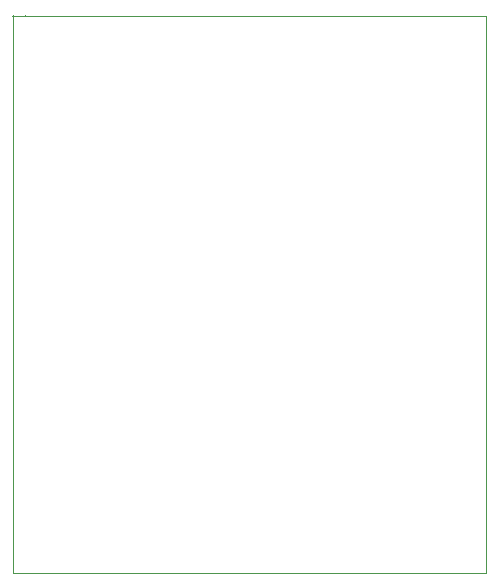
<source format=gbr>
G04 (created by PCBNEW (2013-07-07 BZR 4022)-stable) date 9/14/2015 5:12:49 PM*
%MOIN*%
G04 Gerber Fmt 3.4, Leading zero omitted, Abs format*
%FSLAX34Y34*%
G01*
G70*
G90*
G04 APERTURE LIST*
%ADD10C,0.00590551*%
%ADD11C,0.00393701*%
G04 APERTURE END LIST*
G54D10*
G54D11*
X26315Y-18162D02*
X26715Y-18162D01*
X26740Y-18136D02*
X26740Y-18171D01*
X26320Y-36756D02*
X26320Y-18136D01*
X42105Y-36756D02*
X26320Y-36756D01*
X42105Y-18171D02*
X42105Y-36756D01*
X26670Y-18171D02*
X42105Y-18171D01*
M02*

</source>
